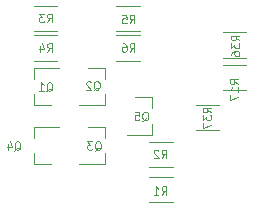
<source format=gbo>
G04 #@! TF.FileFunction,Legend,Bot*
%FSLAX46Y46*%
G04 Gerber Fmt 4.6, Leading zero omitted, Abs format (unit mm)*
G04 Created by KiCad (PCBNEW 4.0.5) date 03/19/18 20:55:47*
%MOMM*%
%LPD*%
G01*
G04 APERTURE LIST*
%ADD10C,0.100000*%
%ADD11C,0.120000*%
G04 APERTURE END LIST*
D10*
D11*
X184490000Y-120330000D02*
X184490000Y-119400000D01*
X184490000Y-117170000D02*
X184490000Y-118100000D01*
X184490000Y-117170000D02*
X186650000Y-117170000D01*
X184490000Y-120330000D02*
X185950000Y-120330000D01*
X190510000Y-117170000D02*
X190510000Y-118100000D01*
X190510000Y-120330000D02*
X190510000Y-119400000D01*
X190510000Y-120330000D02*
X188350000Y-120330000D01*
X190510000Y-117170000D02*
X189050000Y-117170000D01*
X190510000Y-122170000D02*
X190510000Y-123100000D01*
X190510000Y-125330000D02*
X190510000Y-124400000D01*
X190510000Y-125330000D02*
X188350000Y-125330000D01*
X190510000Y-122170000D02*
X189050000Y-122170000D01*
X184490000Y-125330000D02*
X184490000Y-124400000D01*
X184490000Y-122170000D02*
X184490000Y-123100000D01*
X184490000Y-122170000D02*
X186650000Y-122170000D01*
X184490000Y-125330000D02*
X185950000Y-125330000D01*
X194510000Y-119670000D02*
X194510000Y-120600000D01*
X194510000Y-122830000D02*
X194510000Y-121900000D01*
X194510000Y-122830000D02*
X192350000Y-122830000D01*
X194510000Y-119670000D02*
X193050000Y-119670000D01*
X196250000Y-126430000D02*
X194250000Y-126430000D01*
X194250000Y-128570000D02*
X196250000Y-128570000D01*
X194250000Y-125570000D02*
X196250000Y-125570000D01*
X196250000Y-123430000D02*
X194250000Y-123430000D01*
X186500000Y-111930000D02*
X184500000Y-111930000D01*
X184500000Y-114070000D02*
X186500000Y-114070000D01*
X186500000Y-114430000D02*
X184500000Y-114430000D01*
X184500000Y-116570000D02*
X186500000Y-116570000D01*
X191500000Y-116570000D02*
X193500000Y-116570000D01*
X193500000Y-114430000D02*
X191500000Y-114430000D01*
X193500000Y-111930000D02*
X191500000Y-111930000D01*
X191500000Y-114070000D02*
X193500000Y-114070000D01*
X200500000Y-119070000D02*
X202500000Y-119070000D01*
X202500000Y-116930000D02*
X200500000Y-116930000D01*
X200500000Y-116320000D02*
X202500000Y-116320000D01*
X202500000Y-114180000D02*
X200500000Y-114180000D01*
X198200000Y-122470000D02*
X200200000Y-122470000D01*
X200200000Y-120330000D02*
X198200000Y-120330000D01*
D10*
X185566667Y-119183333D02*
X185633333Y-119150000D01*
X185700000Y-119083333D01*
X185800000Y-118983333D01*
X185866667Y-118950000D01*
X185933333Y-118950000D01*
X185900000Y-119116667D02*
X185966667Y-119083333D01*
X186033333Y-119016667D01*
X186066667Y-118883333D01*
X186066667Y-118650000D01*
X186033333Y-118516667D01*
X185966667Y-118450000D01*
X185900000Y-118416667D01*
X185766667Y-118416667D01*
X185700000Y-118450000D01*
X185633333Y-118516667D01*
X185600000Y-118650000D01*
X185600000Y-118883333D01*
X185633333Y-119016667D01*
X185700000Y-119083333D01*
X185766667Y-119116667D01*
X185900000Y-119116667D01*
X184933334Y-119116667D02*
X185333334Y-119116667D01*
X185133334Y-119116667D02*
X185133334Y-118416667D01*
X185200000Y-118516667D01*
X185266667Y-118583333D01*
X185333334Y-118616667D01*
X189566667Y-119083333D02*
X189633333Y-119050000D01*
X189700000Y-118983333D01*
X189800000Y-118883333D01*
X189866667Y-118850000D01*
X189933333Y-118850000D01*
X189900000Y-119016667D02*
X189966667Y-118983333D01*
X190033333Y-118916667D01*
X190066667Y-118783333D01*
X190066667Y-118550000D01*
X190033333Y-118416667D01*
X189966667Y-118350000D01*
X189900000Y-118316667D01*
X189766667Y-118316667D01*
X189700000Y-118350000D01*
X189633333Y-118416667D01*
X189600000Y-118550000D01*
X189600000Y-118783333D01*
X189633333Y-118916667D01*
X189700000Y-118983333D01*
X189766667Y-119016667D01*
X189900000Y-119016667D01*
X189333334Y-118383333D02*
X189300000Y-118350000D01*
X189233334Y-118316667D01*
X189066667Y-118316667D01*
X189000000Y-118350000D01*
X188966667Y-118383333D01*
X188933334Y-118450000D01*
X188933334Y-118516667D01*
X188966667Y-118616667D01*
X189366667Y-119016667D01*
X188933334Y-119016667D01*
X189666667Y-124183333D02*
X189733333Y-124150000D01*
X189800000Y-124083333D01*
X189900000Y-123983333D01*
X189966667Y-123950000D01*
X190033333Y-123950000D01*
X190000000Y-124116667D02*
X190066667Y-124083333D01*
X190133333Y-124016667D01*
X190166667Y-123883333D01*
X190166667Y-123650000D01*
X190133333Y-123516667D01*
X190066667Y-123450000D01*
X190000000Y-123416667D01*
X189866667Y-123416667D01*
X189800000Y-123450000D01*
X189733333Y-123516667D01*
X189700000Y-123650000D01*
X189700000Y-123883333D01*
X189733333Y-124016667D01*
X189800000Y-124083333D01*
X189866667Y-124116667D01*
X190000000Y-124116667D01*
X189466667Y-123416667D02*
X189033334Y-123416667D01*
X189266667Y-123683333D01*
X189166667Y-123683333D01*
X189100000Y-123716667D01*
X189066667Y-123750000D01*
X189033334Y-123816667D01*
X189033334Y-123983333D01*
X189066667Y-124050000D01*
X189100000Y-124083333D01*
X189166667Y-124116667D01*
X189366667Y-124116667D01*
X189433334Y-124083333D01*
X189466667Y-124050000D01*
X182866667Y-124183333D02*
X182933333Y-124150000D01*
X183000000Y-124083333D01*
X183100000Y-123983333D01*
X183166667Y-123950000D01*
X183233333Y-123950000D01*
X183200000Y-124116667D02*
X183266667Y-124083333D01*
X183333333Y-124016667D01*
X183366667Y-123883333D01*
X183366667Y-123650000D01*
X183333333Y-123516667D01*
X183266667Y-123450000D01*
X183200000Y-123416667D01*
X183066667Y-123416667D01*
X183000000Y-123450000D01*
X182933333Y-123516667D01*
X182900000Y-123650000D01*
X182900000Y-123883333D01*
X182933333Y-124016667D01*
X183000000Y-124083333D01*
X183066667Y-124116667D01*
X183200000Y-124116667D01*
X182300000Y-123650000D02*
X182300000Y-124116667D01*
X182466667Y-123383333D02*
X182633334Y-123883333D01*
X182200000Y-123883333D01*
X193666667Y-121683333D02*
X193733333Y-121650000D01*
X193800000Y-121583333D01*
X193900000Y-121483333D01*
X193966667Y-121450000D01*
X194033333Y-121450000D01*
X194000000Y-121616667D02*
X194066667Y-121583333D01*
X194133333Y-121516667D01*
X194166667Y-121383333D01*
X194166667Y-121150000D01*
X194133333Y-121016667D01*
X194066667Y-120950000D01*
X194000000Y-120916667D01*
X193866667Y-120916667D01*
X193800000Y-120950000D01*
X193733333Y-121016667D01*
X193700000Y-121150000D01*
X193700000Y-121383333D01*
X193733333Y-121516667D01*
X193800000Y-121583333D01*
X193866667Y-121616667D01*
X194000000Y-121616667D01*
X193066667Y-120916667D02*
X193400000Y-120916667D01*
X193433334Y-121250000D01*
X193400000Y-121216667D01*
X193333334Y-121183333D01*
X193166667Y-121183333D01*
X193100000Y-121216667D01*
X193066667Y-121250000D01*
X193033334Y-121316667D01*
X193033334Y-121483333D01*
X193066667Y-121550000D01*
X193100000Y-121583333D01*
X193166667Y-121616667D01*
X193333334Y-121616667D01*
X193400000Y-121583333D01*
X193433334Y-121550000D01*
X195316666Y-127916667D02*
X195550000Y-127583333D01*
X195716666Y-127916667D02*
X195716666Y-127216667D01*
X195450000Y-127216667D01*
X195383333Y-127250000D01*
X195350000Y-127283333D01*
X195316666Y-127350000D01*
X195316666Y-127450000D01*
X195350000Y-127516667D01*
X195383333Y-127550000D01*
X195450000Y-127583333D01*
X195716666Y-127583333D01*
X194650000Y-127916667D02*
X195050000Y-127916667D01*
X194850000Y-127916667D02*
X194850000Y-127216667D01*
X194916666Y-127316667D01*
X194983333Y-127383333D01*
X195050000Y-127416667D01*
X195316666Y-124816667D02*
X195550000Y-124483333D01*
X195716666Y-124816667D02*
X195716666Y-124116667D01*
X195450000Y-124116667D01*
X195383333Y-124150000D01*
X195350000Y-124183333D01*
X195316666Y-124250000D01*
X195316666Y-124350000D01*
X195350000Y-124416667D01*
X195383333Y-124450000D01*
X195450000Y-124483333D01*
X195716666Y-124483333D01*
X195050000Y-124183333D02*
X195016666Y-124150000D01*
X194950000Y-124116667D01*
X194783333Y-124116667D01*
X194716666Y-124150000D01*
X194683333Y-124183333D01*
X194650000Y-124250000D01*
X194650000Y-124316667D01*
X194683333Y-124416667D01*
X195083333Y-124816667D01*
X194650000Y-124816667D01*
X185616666Y-113316667D02*
X185850000Y-112983333D01*
X186016666Y-113316667D02*
X186016666Y-112616667D01*
X185750000Y-112616667D01*
X185683333Y-112650000D01*
X185650000Y-112683333D01*
X185616666Y-112750000D01*
X185616666Y-112850000D01*
X185650000Y-112916667D01*
X185683333Y-112950000D01*
X185750000Y-112983333D01*
X186016666Y-112983333D01*
X185383333Y-112616667D02*
X184950000Y-112616667D01*
X185183333Y-112883333D01*
X185083333Y-112883333D01*
X185016666Y-112916667D01*
X184983333Y-112950000D01*
X184950000Y-113016667D01*
X184950000Y-113183333D01*
X184983333Y-113250000D01*
X185016666Y-113283333D01*
X185083333Y-113316667D01*
X185283333Y-113316667D01*
X185350000Y-113283333D01*
X185383333Y-113250000D01*
X185616666Y-115816667D02*
X185850000Y-115483333D01*
X186016666Y-115816667D02*
X186016666Y-115116667D01*
X185750000Y-115116667D01*
X185683333Y-115150000D01*
X185650000Y-115183333D01*
X185616666Y-115250000D01*
X185616666Y-115350000D01*
X185650000Y-115416667D01*
X185683333Y-115450000D01*
X185750000Y-115483333D01*
X186016666Y-115483333D01*
X185016666Y-115350000D02*
X185016666Y-115816667D01*
X185183333Y-115083333D02*
X185350000Y-115583333D01*
X184916666Y-115583333D01*
X192616666Y-113416667D02*
X192850000Y-113083333D01*
X193016666Y-113416667D02*
X193016666Y-112716667D01*
X192750000Y-112716667D01*
X192683333Y-112750000D01*
X192650000Y-112783333D01*
X192616666Y-112850000D01*
X192616666Y-112950000D01*
X192650000Y-113016667D01*
X192683333Y-113050000D01*
X192750000Y-113083333D01*
X193016666Y-113083333D01*
X191983333Y-112716667D02*
X192316666Y-112716667D01*
X192350000Y-113050000D01*
X192316666Y-113016667D01*
X192250000Y-112983333D01*
X192083333Y-112983333D01*
X192016666Y-113016667D01*
X191983333Y-113050000D01*
X191950000Y-113116667D01*
X191950000Y-113283333D01*
X191983333Y-113350000D01*
X192016666Y-113383333D01*
X192083333Y-113416667D01*
X192250000Y-113416667D01*
X192316666Y-113383333D01*
X192350000Y-113350000D01*
X192616666Y-115816667D02*
X192850000Y-115483333D01*
X193016666Y-115816667D02*
X193016666Y-115116667D01*
X192750000Y-115116667D01*
X192683333Y-115150000D01*
X192650000Y-115183333D01*
X192616666Y-115250000D01*
X192616666Y-115350000D01*
X192650000Y-115416667D01*
X192683333Y-115450000D01*
X192750000Y-115483333D01*
X193016666Y-115483333D01*
X192016666Y-115116667D02*
X192150000Y-115116667D01*
X192216666Y-115150000D01*
X192250000Y-115183333D01*
X192316666Y-115283333D01*
X192350000Y-115416667D01*
X192350000Y-115683333D01*
X192316666Y-115750000D01*
X192283333Y-115783333D01*
X192216666Y-115816667D01*
X192083333Y-115816667D01*
X192016666Y-115783333D01*
X191983333Y-115750000D01*
X191950000Y-115683333D01*
X191950000Y-115516667D01*
X191983333Y-115450000D01*
X192016666Y-115416667D01*
X192083333Y-115383333D01*
X192216666Y-115383333D01*
X192283333Y-115416667D01*
X192316666Y-115450000D01*
X192350000Y-115516667D01*
X201816667Y-118550000D02*
X201483333Y-118316666D01*
X201816667Y-118150000D02*
X201116667Y-118150000D01*
X201116667Y-118416666D01*
X201150000Y-118483333D01*
X201183333Y-118516666D01*
X201250000Y-118550000D01*
X201350000Y-118550000D01*
X201416667Y-118516666D01*
X201450000Y-118483333D01*
X201483333Y-118416666D01*
X201483333Y-118150000D01*
X201816667Y-119216666D02*
X201816667Y-118816666D01*
X201816667Y-119016666D02*
X201116667Y-119016666D01*
X201216667Y-118950000D01*
X201283333Y-118883333D01*
X201316667Y-118816666D01*
X201116667Y-119450000D02*
X201116667Y-119916667D01*
X201816667Y-119616667D01*
X201916667Y-114850000D02*
X201583333Y-114616666D01*
X201916667Y-114450000D02*
X201216667Y-114450000D01*
X201216667Y-114716666D01*
X201250000Y-114783333D01*
X201283333Y-114816666D01*
X201350000Y-114850000D01*
X201450000Y-114850000D01*
X201516667Y-114816666D01*
X201550000Y-114783333D01*
X201583333Y-114716666D01*
X201583333Y-114450000D01*
X201216667Y-115083333D02*
X201216667Y-115516666D01*
X201483333Y-115283333D01*
X201483333Y-115383333D01*
X201516667Y-115450000D01*
X201550000Y-115483333D01*
X201616667Y-115516666D01*
X201783333Y-115516666D01*
X201850000Y-115483333D01*
X201883333Y-115450000D01*
X201916667Y-115383333D01*
X201916667Y-115183333D01*
X201883333Y-115116666D01*
X201850000Y-115083333D01*
X201216667Y-116116667D02*
X201216667Y-115983333D01*
X201250000Y-115916667D01*
X201283333Y-115883333D01*
X201383333Y-115816667D01*
X201516667Y-115783333D01*
X201783333Y-115783333D01*
X201850000Y-115816667D01*
X201883333Y-115850000D01*
X201916667Y-115916667D01*
X201916667Y-116050000D01*
X201883333Y-116116667D01*
X201850000Y-116150000D01*
X201783333Y-116183333D01*
X201616667Y-116183333D01*
X201550000Y-116150000D01*
X201516667Y-116116667D01*
X201483333Y-116050000D01*
X201483333Y-115916667D01*
X201516667Y-115850000D01*
X201550000Y-115816667D01*
X201616667Y-115783333D01*
X199516667Y-120950000D02*
X199183333Y-120716666D01*
X199516667Y-120550000D02*
X198816667Y-120550000D01*
X198816667Y-120816666D01*
X198850000Y-120883333D01*
X198883333Y-120916666D01*
X198950000Y-120950000D01*
X199050000Y-120950000D01*
X199116667Y-120916666D01*
X199150000Y-120883333D01*
X199183333Y-120816666D01*
X199183333Y-120550000D01*
X198816667Y-121183333D02*
X198816667Y-121616666D01*
X199083333Y-121383333D01*
X199083333Y-121483333D01*
X199116667Y-121550000D01*
X199150000Y-121583333D01*
X199216667Y-121616666D01*
X199383333Y-121616666D01*
X199450000Y-121583333D01*
X199483333Y-121550000D01*
X199516667Y-121483333D01*
X199516667Y-121283333D01*
X199483333Y-121216666D01*
X199450000Y-121183333D01*
X198816667Y-121850000D02*
X198816667Y-122316667D01*
X199516667Y-122016667D01*
M02*

</source>
